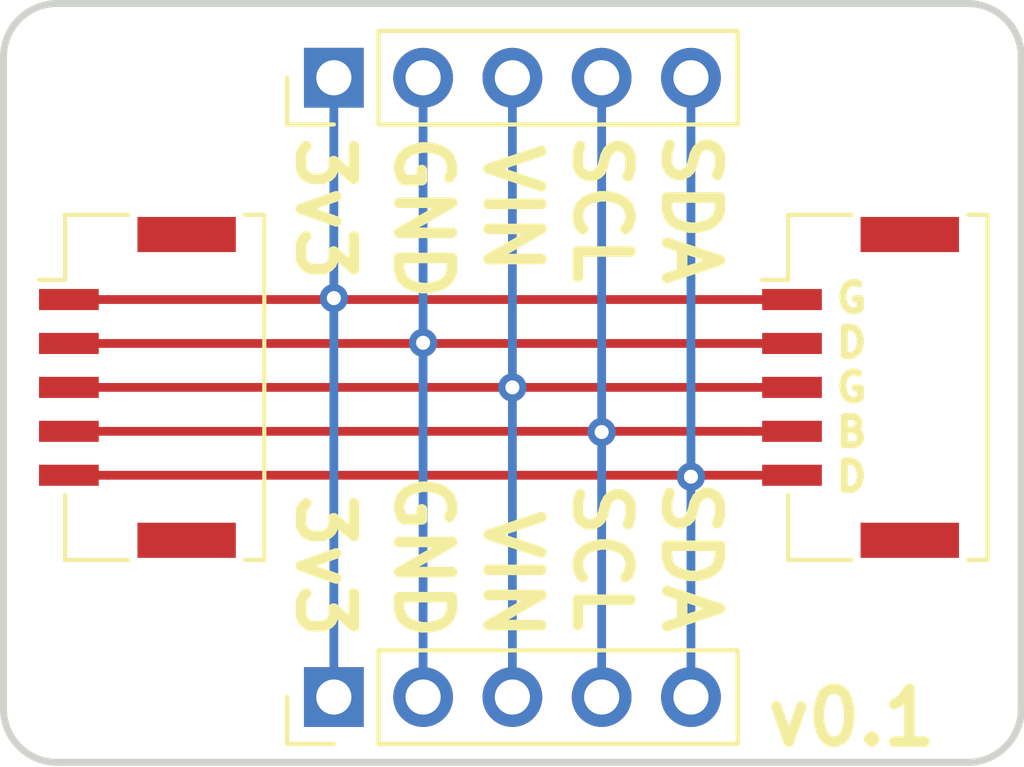
<source format=kicad_pcb>
(kicad_pcb (version 20171130) (host pcbnew 5.0.1-33cea8e~67~ubuntu18.04.1)

  (general
    (thickness 1.6)
    (drawings 24)
    (tracks 25)
    (zones 0)
    (modules 4)
    (nets 6)
  )

  (page A4)
  (layers
    (0 F.Cu signal)
    (31 B.Cu signal)
    (32 B.Adhes user)
    (33 F.Adhes user)
    (34 B.Paste user)
    (35 F.Paste user)
    (36 B.SilkS user)
    (37 F.SilkS user)
    (38 B.Mask user)
    (39 F.Mask user)
    (40 Dwgs.User user)
    (41 Cmts.User user)
    (42 Eco1.User user)
    (43 Eco2.User user)
    (44 Edge.Cuts user)
    (45 Margin user)
    (46 B.CrtYd user)
    (47 F.CrtYd user)
    (48 B.Fab user)
    (49 F.Fab user hide)
  )

  (setup
    (last_trace_width 0.25)
    (trace_clearance 0.2)
    (zone_clearance 0.508)
    (zone_45_only no)
    (trace_min 0.2)
    (segment_width 0.2)
    (edge_width 0.2)
    (via_size 0.8)
    (via_drill 0.4)
    (via_min_size 0.4)
    (via_min_drill 0.3)
    (uvia_size 0.3)
    (uvia_drill 0.1)
    (uvias_allowed no)
    (uvia_min_size 0.2)
    (uvia_min_drill 0.1)
    (pcb_text_width 0.3)
    (pcb_text_size 1.5 1.5)
    (mod_edge_width 0.15)
    (mod_text_size 1 1)
    (mod_text_width 0.15)
    (pad_size 1.524 1.524)
    (pad_drill 0.762)
    (pad_to_mask_clearance 0.051)
    (solder_mask_min_width 0.25)
    (aux_axis_origin 0 0)
    (visible_elements FFFFFF7F)
    (pcbplotparams
      (layerselection 0x010fc_ffffffff)
      (usegerberextensions false)
      (usegerberattributes false)
      (usegerberadvancedattributes false)
      (creategerberjobfile false)
      (excludeedgelayer true)
      (linewidth 0.100000)
      (plotframeref false)
      (viasonmask false)
      (mode 1)
      (useauxorigin false)
      (hpglpennumber 1)
      (hpglpenspeed 20)
      (hpglpendiameter 15.000000)
      (psnegative false)
      (psa4output false)
      (plotreference true)
      (plotvalue true)
      (plotinvisibletext false)
      (padsonsilk false)
      (subtractmaskfromsilk false)
      (outputformat 1)
      (mirror false)
      (drillshape 0)
      (scaleselection 1)
      (outputdirectory "gerbers"))
  )

  (net 0 "")
  (net 1 3V3)
  (net 2 GND)
  (net 3 /VIN)
  (net 4 /SCL)
  (net 5 /SDA)

  (net_class Default "This is the default net class."
    (clearance 0.2)
    (trace_width 0.25)
    (via_dia 0.8)
    (via_drill 0.4)
    (uvia_dia 0.3)
    (uvia_drill 0.1)
    (add_net /SCL)
    (add_net /SDA)
    (add_net /VIN)
    (add_net 3V3)
    (add_net GND)
  )

  (module conservify:Molex_CLIK-Mate_502382-0570_1x05_P1.25mm_Vertical (layer F.Cu) (tedit 5C06F1B4) (tstamp 5C13565A)
    (at 134.112 97.79 270)
    (descr "JST CLIK-Mate series connector, 502382-0570 (http://www.molex.com/pdm_docs/sd/5023820270_sd.pdf), generated with kicad-footprint-generator")
    (tags "connector Molex CLIK-Mate side entry")
    (path /5C06F0DF)
    (attr smd)
    (fp_text reference J1 (at 0 -4.7 270) (layer F.SilkS) hide
      (effects (font (size 1 1) (thickness 0.15)))
    )
    (fp_text value CONN_01x05 (at 0 4 270) (layer F.Fab)
      (effects (font (size 1 1) (thickness 0.15)))
    )
    (fp_line (start -4.8 1.95) (end 4.8 1.95) (layer F.Fab) (width 0.1))
    (fp_line (start -4.91 0.26) (end -4.91 2.06) (layer F.SilkS) (width 0.12))
    (fp_line (start -4.91 2.06) (end -3.06 2.06) (layer F.SilkS) (width 0.12))
    (fp_line (start -3.06 2.06) (end -3.06 2.8) (layer F.SilkS) (width 0.12))
    (fp_line (start 4.91 0.26) (end 4.91 2.06) (layer F.SilkS) (width 0.12))
    (fp_line (start 4.91 2.06) (end 3.06 2.06) (layer F.SilkS) (width 0.12))
    (fp_line (start -4.91 -3.06) (end -4.91 -3.61) (layer F.SilkS) (width 0.12))
    (fp_line (start -4.91 -3.61) (end 4.91 -3.61) (layer F.SilkS) (width 0.12))
    (fp_line (start 4.91 -3.61) (end 4.91 -3.06) (layer F.SilkS) (width 0.12))
    (fp_line (start -4.8 -3.5) (end 4.8 -3.5) (layer F.Fab) (width 0.1))
    (fp_line (start -4.8 1.95) (end -4.8 -3.5) (layer F.Fab) (width 0.1))
    (fp_line (start 4.8 1.95) (end 4.8 -3.5) (layer F.Fab) (width 0.1))
    (fp_line (start -5.35 -4) (end -5.35 3.3) (layer F.CrtYd) (width 0.05))
    (fp_line (start -5.35 3.3) (end 5.35 3.3) (layer F.CrtYd) (width 0.05))
    (fp_line (start 5.35 3.3) (end 5.35 -4) (layer F.CrtYd) (width 0.05))
    (fp_line (start 5.35 -4) (end -5.35 -4) (layer F.CrtYd) (width 0.05))
    (fp_line (start -3 1.95) (end -2.5 1.242893) (layer F.Fab) (width 0.1))
    (fp_line (start -2.5 1.242893) (end -2 1.95) (layer F.Fab) (width 0.1))
    (fp_text user %R (at 0 -0.77 270) (layer F.Fab)
      (effects (font (size 1 1) (thickness 0.15)))
    )
    (pad 1 smd rect (at -2.5 1.95 270) (size 0.6 1.7) (layers F.Cu F.Paste F.Mask)
      (net 1 3V3))
    (pad 2 smd rect (at -1.25 1.95 270) (size 0.6 1.7) (layers F.Cu F.Paste F.Mask)
      (net 2 GND))
    (pad 3 smd rect (at 0 1.95 270) (size 0.6 1.7) (layers F.Cu F.Paste F.Mask)
      (net 3 /VIN))
    (pad 4 smd rect (at 1.25 1.95 270) (size 0.6 1.7) (layers F.Cu F.Paste F.Mask)
      (net 4 /SCL))
    (pad 5 smd rect (at 2.5 1.95 270) (size 0.6 1.7) (layers F.Cu F.Paste F.Mask)
      (net 5 /SDA))
    (pad "" smd rect (at -4.35 -1.4 270) (size 1 2.8) (layers F.Cu F.Paste F.Mask))
    (pad "" smd rect (at 4.35 -1.4 270) (size 1 2.8) (layers F.Cu F.Paste F.Mask))
    (model ${KISYS3DMOD}/Connector_Molex.3dshapes/Molex_CLIK-Mate_502382-0570_1x05_P1.25mm_Vertical.wrl
      (at (xyz 0 0 0))
      (scale (xyz 1 1 1))
      (rotate (xyz 0 0 0))
    )
  )

  (module conservify:Molex_CLIK-Mate_502382-0570_1x05_P1.25mm_Vertical (layer F.Cu) (tedit 5C06F1B2) (tstamp 5C135678)
    (at 154.686 97.79 270)
    (descr "JST CLIK-Mate series connector, 502382-0570 (http://www.molex.com/pdm_docs/sd/5023820270_sd.pdf), generated with kicad-footprint-generator")
    (tags "connector Molex CLIK-Mate side entry")
    (path /5C06F1D3)
    (attr smd)
    (fp_text reference J2 (at 0 -4.7 270) (layer F.SilkS) hide
      (effects (font (size 1 1) (thickness 0.15)))
    )
    (fp_text value CONN_01x05 (at 0 4 270) (layer F.Fab)
      (effects (font (size 1 1) (thickness 0.15)))
    )
    (fp_text user %R (at 0 -0.77 270) (layer F.Fab)
      (effects (font (size 1 1) (thickness 0.15)))
    )
    (fp_line (start -2.5 1.242893) (end -2 1.95) (layer F.Fab) (width 0.1))
    (fp_line (start -3 1.95) (end -2.5 1.242893) (layer F.Fab) (width 0.1))
    (fp_line (start 5.35 -4) (end -5.35 -4) (layer F.CrtYd) (width 0.05))
    (fp_line (start 5.35 3.3) (end 5.35 -4) (layer F.CrtYd) (width 0.05))
    (fp_line (start -5.35 3.3) (end 5.35 3.3) (layer F.CrtYd) (width 0.05))
    (fp_line (start -5.35 -4) (end -5.35 3.3) (layer F.CrtYd) (width 0.05))
    (fp_line (start 4.8 1.95) (end 4.8 -3.5) (layer F.Fab) (width 0.1))
    (fp_line (start -4.8 1.95) (end -4.8 -3.5) (layer F.Fab) (width 0.1))
    (fp_line (start -4.8 -3.5) (end 4.8 -3.5) (layer F.Fab) (width 0.1))
    (fp_line (start 4.91 -3.61) (end 4.91 -3.06) (layer F.SilkS) (width 0.12))
    (fp_line (start -4.91 -3.61) (end 4.91 -3.61) (layer F.SilkS) (width 0.12))
    (fp_line (start -4.91 -3.06) (end -4.91 -3.61) (layer F.SilkS) (width 0.12))
    (fp_line (start 4.91 2.06) (end 3.06 2.06) (layer F.SilkS) (width 0.12))
    (fp_line (start 4.91 0.26) (end 4.91 2.06) (layer F.SilkS) (width 0.12))
    (fp_line (start -3.06 2.06) (end -3.06 2.8) (layer F.SilkS) (width 0.12))
    (fp_line (start -4.91 2.06) (end -3.06 2.06) (layer F.SilkS) (width 0.12))
    (fp_line (start -4.91 0.26) (end -4.91 2.06) (layer F.SilkS) (width 0.12))
    (fp_line (start -4.8 1.95) (end 4.8 1.95) (layer F.Fab) (width 0.1))
    (pad "" smd rect (at 4.35 -1.4 270) (size 1 2.8) (layers F.Cu F.Paste F.Mask))
    (pad "" smd rect (at -4.35 -1.4 270) (size 1 2.8) (layers F.Cu F.Paste F.Mask))
    (pad 5 smd rect (at 2.5 1.95 270) (size 0.6 1.7) (layers F.Cu F.Paste F.Mask)
      (net 5 /SDA))
    (pad 4 smd rect (at 1.25 1.95 270) (size 0.6 1.7) (layers F.Cu F.Paste F.Mask)
      (net 4 /SCL))
    (pad 3 smd rect (at 0 1.95 270) (size 0.6 1.7) (layers F.Cu F.Paste F.Mask)
      (net 3 /VIN))
    (pad 2 smd rect (at -1.25 1.95 270) (size 0.6 1.7) (layers F.Cu F.Paste F.Mask)
      (net 2 GND))
    (pad 1 smd rect (at -2.5 1.95 270) (size 0.6 1.7) (layers F.Cu F.Paste F.Mask)
      (net 1 3V3))
    (model ${KISYS3DMOD}/Connector_Molex.3dshapes/Molex_CLIK-Mate_502382-0570_1x05_P1.25mm_Vertical.wrl
      (at (xyz 0 0 0))
      (scale (xyz 1 1 1))
      (rotate (xyz 0 0 0))
    )
  )

  (module conservify:Socket_Strip_Straight_1x05_Pitch2.54mm (layer F.Cu) (tedit 5C06F1AF) (tstamp 5C13568F)
    (at 139.7 106.6 90)
    (descr "Through hole straight socket strip, 1x05, 2.54mm pitch, single row")
    (tags "Through hole socket strip THT 1x05 2.54mm single row")
    (path /5C06F24D)
    (fp_text reference J3 (at 0 -2.33 90) (layer F.SilkS) hide
      (effects (font (size 1 1) (thickness 0.15)))
    )
    (fp_text value CONN_01x05 (at 0 12.49 90) (layer F.Fab)
      (effects (font (size 1 1) (thickness 0.15)))
    )
    (fp_line (start -1.27 -1.27) (end -1.27 11.43) (layer F.Fab) (width 0.1))
    (fp_line (start -1.27 11.43) (end 1.27 11.43) (layer F.Fab) (width 0.1))
    (fp_line (start 1.27 11.43) (end 1.27 -1.27) (layer F.Fab) (width 0.1))
    (fp_line (start 1.27 -1.27) (end -1.27 -1.27) (layer F.Fab) (width 0.1))
    (fp_line (start -1.33 1.27) (end -1.33 11.49) (layer F.SilkS) (width 0.12))
    (fp_line (start -1.33 11.49) (end 1.33 11.49) (layer F.SilkS) (width 0.12))
    (fp_line (start 1.33 11.49) (end 1.33 1.27) (layer F.SilkS) (width 0.12))
    (fp_line (start 1.33 1.27) (end -1.33 1.27) (layer F.SilkS) (width 0.12))
    (fp_line (start -1.33 0) (end -1.33 -1.33) (layer F.SilkS) (width 0.12))
    (fp_line (start -1.33 -1.33) (end 0 -1.33) (layer F.SilkS) (width 0.12))
    (fp_line (start -1.55 -1.55) (end -1.55 11.7) (layer F.CrtYd) (width 0.05))
    (fp_line (start -1.55 11.7) (end 1.55 11.7) (layer F.CrtYd) (width 0.05))
    (fp_line (start 1.55 11.7) (end 1.55 -1.55) (layer F.CrtYd) (width 0.05))
    (fp_line (start 1.55 -1.55) (end -1.55 -1.55) (layer F.CrtYd) (width 0.05))
    (pad 1 thru_hole rect (at 0 0 90) (size 1.7 1.7) (drill 1) (layers *.Cu *.Mask)
      (net 1 3V3))
    (pad 2 thru_hole oval (at 0 2.54 90) (size 1.7 1.7) (drill 1) (layers *.Cu *.Mask)
      (net 2 GND))
    (pad 3 thru_hole oval (at 0 5.08 90) (size 1.7 1.7) (drill 1) (layers *.Cu *.Mask)
      (net 3 /VIN))
    (pad 4 thru_hole oval (at 0 7.62 90) (size 1.7 1.7) (drill 1) (layers *.Cu *.Mask)
      (net 4 /SCL))
    (pad 5 thru_hole oval (at 0 10.16 90) (size 1.7 1.7) (drill 1) (layers *.Cu *.Mask)
      (net 5 /SDA))
    (model Socket_Strips.3dshapes/Socket_Strip_Straight_1x05_Pitch2.54mm.wrl
      (offset (xyz 0 -5.079999923706055 0))
      (scale (xyz 1 1 1))
      (rotate (xyz 0 0 270))
    )
  )

  (module conservify:Socket_Strip_Straight_1x05_Pitch2.54mm (layer F.Cu) (tedit 5C06F2A2) (tstamp 5C135B93)
    (at 139.7 88.98 90)
    (descr "Through hole straight socket strip, 1x05, 2.54mm pitch, single row")
    (tags "Through hole socket strip THT 1x05 2.54mm single row")
    (path /5C070390)
    (fp_text reference J4 (at 0 -2.33 90) (layer F.SilkS) hide
      (effects (font (size 1 1) (thickness 0.15)))
    )
    (fp_text value CONN_01x05 (at 0 12.49 90) (layer F.Fab)
      (effects (font (size 1 1) (thickness 0.15)))
    )
    (fp_line (start -1.27 -1.27) (end -1.27 11.43) (layer F.Fab) (width 0.1))
    (fp_line (start -1.27 11.43) (end 1.27 11.43) (layer F.Fab) (width 0.1))
    (fp_line (start 1.27 11.43) (end 1.27 -1.27) (layer F.Fab) (width 0.1))
    (fp_line (start 1.27 -1.27) (end -1.27 -1.27) (layer F.Fab) (width 0.1))
    (fp_line (start -1.33 1.27) (end -1.33 11.49) (layer F.SilkS) (width 0.12))
    (fp_line (start -1.33 11.49) (end 1.33 11.49) (layer F.SilkS) (width 0.12))
    (fp_line (start 1.33 11.49) (end 1.33 1.27) (layer F.SilkS) (width 0.12))
    (fp_line (start 1.33 1.27) (end -1.33 1.27) (layer F.SilkS) (width 0.12))
    (fp_line (start -1.33 0) (end -1.33 -1.33) (layer F.SilkS) (width 0.12))
    (fp_line (start -1.33 -1.33) (end 0 -1.33) (layer F.SilkS) (width 0.12))
    (fp_line (start -1.55 -1.55) (end -1.55 11.7) (layer F.CrtYd) (width 0.05))
    (fp_line (start -1.55 11.7) (end 1.55 11.7) (layer F.CrtYd) (width 0.05))
    (fp_line (start 1.55 11.7) (end 1.55 -1.55) (layer F.CrtYd) (width 0.05))
    (fp_line (start 1.55 -1.55) (end -1.55 -1.55) (layer F.CrtYd) (width 0.05))
    (pad 1 thru_hole rect (at 0 0 90) (size 1.7 1.7) (drill 1) (layers *.Cu *.Mask)
      (net 1 3V3))
    (pad 2 thru_hole oval (at 0 2.54 90) (size 1.7 1.7) (drill 1) (layers *.Cu *.Mask)
      (net 2 GND))
    (pad 3 thru_hole oval (at 0 5.08 90) (size 1.7 1.7) (drill 1) (layers *.Cu *.Mask)
      (net 3 /VIN))
    (pad 4 thru_hole oval (at 0 7.62 90) (size 1.7 1.7) (drill 1) (layers *.Cu *.Mask)
      (net 4 /SCL))
    (pad 5 thru_hole oval (at 0 10.16 90) (size 1.7 1.7) (drill 1) (layers *.Cu *.Mask)
      (net 5 /SDA))
    (model Socket_Strips.3dshapes/Socket_Strip_Straight_1x05_Pitch2.54mm.wrl
      (offset (xyz 0 -5.079999923706055 0))
      (scale (xyz 1 1 1))
      (rotate (xyz 0 0 270))
    )
  )

  (gr_text B (at 154.432 99.06) (layer F.SilkS) (tstamp 5C1379B2)
    (effects (font (size 0.8 0.8) (thickness 0.2)))
  )
  (gr_text D (at 154.432 100.33) (layer F.SilkS) (tstamp 5C1379B0)
    (effects (font (size 0.8 0.8) (thickness 0.2)))
  )
  (gr_text G (at 154.432 97.79) (layer F.SilkS) (tstamp 5C1379AB)
    (effects (font (size 0.8 0.8) (thickness 0.2)))
  )
  (gr_text D (at 154.432 96.52) (layer F.SilkS) (tstamp 5C1379A8)
    (effects (font (size 0.8 0.8) (thickness 0.2)))
  )
  (gr_text G (at 154.432 95.25) (layer F.SilkS)
    (effects (font (size 0.8 0.8) (thickness 0.2)))
  )
  (gr_arc (start 157.734 106.934) (end 157.734 108.458) (angle -90) (layer Edge.Cuts) (width 0.2) (tstamp 5C137539))
  (gr_arc (start 131.826 106.934) (end 130.302 106.934) (angle -90) (layer Edge.Cuts) (width 0.2) (tstamp 5C137532))
  (gr_arc (start 131.826 88.392) (end 131.826 86.868) (angle -90) (layer Edge.Cuts) (width 0.2) (tstamp 5C13752B))
  (gr_arc (start 157.734 88.392) (end 159.258 88.392) (angle -90) (layer Edge.Cuts) (width 0.2))
  (gr_text VIN (at 144.78 92.71 270) (layer F.SilkS) (tstamp 5C1374D5)
    (effects (font (size 1.5 1.5) (thickness 0.3)))
  )
  (gr_text 3v3 (at 139.446 92.71 270) (layer F.SilkS) (tstamp 5C1374D4)
    (effects (font (size 1.5 1.5) (thickness 0.3)))
  )
  (gr_text GND (at 142.24 92.964 270) (layer F.SilkS) (tstamp 5C1374D3)
    (effects (font (size 1.5 1.5) (thickness 0.3)))
  )
  (gr_text SCL (at 147.32 92.71 270) (layer F.SilkS) (tstamp 5C1374D2)
    (effects (font (size 1.5 1.5) (thickness 0.3)))
  )
  (gr_text SDA (at 149.86 92.71 270) (layer F.SilkS) (tstamp 5C1374D1)
    (effects (font (size 1.5 1.5) (thickness 0.3)))
  )
  (gr_text v0.1 (at 154.432 107.188) (layer F.SilkS) (tstamp 5C135C14)
    (effects (font (size 1.5 1.5) (thickness 0.3)))
  )
  (gr_line (start 131.826 108.458) (end 157.734 108.458) (layer Edge.Cuts) (width 0.2))
  (gr_line (start 130.302 88.392) (end 130.302 106.934) (layer Edge.Cuts) (width 0.2))
  (gr_line (start 159.258 88.392) (end 159.258 106.934) (layer Edge.Cuts) (width 0.2))
  (gr_line (start 131.826 86.868) (end 157.734 86.868) (layer Edge.Cuts) (width 0.2))
  (gr_text 3v3 (at 139.446 102.87 270) (layer F.SilkS) (tstamp 5C135B63)
    (effects (font (size 1.5 1.5) (thickness 0.3)))
  )
  (gr_text GND (at 142.24 102.616 270) (layer F.SilkS) (tstamp 5C135B5F)
    (effects (font (size 1.5 1.5) (thickness 0.3)))
  )
  (gr_text VIN (at 144.78 103.124 270) (layer F.SilkS) (tstamp 5C135B5B)
    (effects (font (size 1.5 1.5) (thickness 0.3)))
  )
  (gr_text SCL (at 147.32 102.616 270) (layer F.SilkS) (tstamp 5C135B56)
    (effects (font (size 1.5 1.5) (thickness 0.3)))
  )
  (gr_text SDA (at 149.86 102.616 270) (layer F.SilkS)
    (effects (font (size 1.5 1.5) (thickness 0.3)))
  )

  (segment (start 133.262 95.29) (end 152.736 95.29) (width 0.25) (layer F.Cu) (net 1))
  (segment (start 132.162 95.29) (end 133.262 95.29) (width 0.25) (layer F.Cu) (net 1))
  (via (at 139.7 95.25) (size 0.8) (drill 0.4) (layers F.Cu B.Cu) (net 1))
  (segment (start 139.7 95.25) (end 139.7 106.6) (width 0.25) (layer B.Cu) (net 1))
  (segment (start 139.7 88.98) (end 139.7 95.25) (width 0.25) (layer B.Cu) (net 1))
  (segment (start 152.736 96.54) (end 132.162 96.54) (width 0.25) (layer F.Cu) (net 2))
  (segment (start 142.24 88.98) (end 142.24 90.182081) (width 0.25) (layer B.Cu) (net 2))
  (via (at 142.24 96.52) (size 0.8) (drill 0.4) (layers F.Cu B.Cu) (net 2))
  (segment (start 142.24 96.52) (end 142.24 106.6) (width 0.25) (layer B.Cu) (net 2))
  (segment (start 142.24 90.182081) (end 142.24 96.52) (width 0.25) (layer B.Cu) (net 2))
  (segment (start 132.162 97.79) (end 152.736 97.79) (width 0.25) (layer F.Cu) (net 3))
  (via (at 144.78 97.79) (size 0.8) (drill 0.4) (layers F.Cu B.Cu) (net 3))
  (segment (start 144.78 97.79) (end 144.78 106.6) (width 0.25) (layer B.Cu) (net 3))
  (segment (start 144.78 88.98) (end 144.78 97.79) (width 0.25) (layer B.Cu) (net 3))
  (segment (start 151.636 99.04) (end 132.162 99.04) (width 0.25) (layer F.Cu) (net 4))
  (segment (start 152.736 99.04) (end 151.636 99.04) (width 0.25) (layer F.Cu) (net 4))
  (segment (start 147.32 99.06) (end 147.32 106.6) (width 0.25) (layer B.Cu) (net 4))
  (via (at 147.32 99.06) (size 0.8) (drill 0.4) (layers F.Cu B.Cu) (net 4))
  (segment (start 147.32 88.98) (end 147.32 99.06) (width 0.25) (layer B.Cu) (net 4))
  (segment (start 133.262 100.29) (end 152.736 100.29) (width 0.25) (layer F.Cu) (net 5))
  (segment (start 132.162 100.29) (end 133.262 100.29) (width 0.25) (layer F.Cu) (net 5))
  (via (at 149.86 106.6) (size 0.8) (drill 0.4) (layers F.Cu B.Cu) (net 5))
  (via (at 149.86 100.33) (size 0.8) (drill 0.4) (layers F.Cu B.Cu) (net 5))
  (segment (start 149.86 100.33) (end 149.86 106.6) (width 0.25) (layer B.Cu) (net 5))
  (segment (start 149.86 88.98) (end 149.86 100.33) (width 0.25) (layer B.Cu) (net 5))

)

</source>
